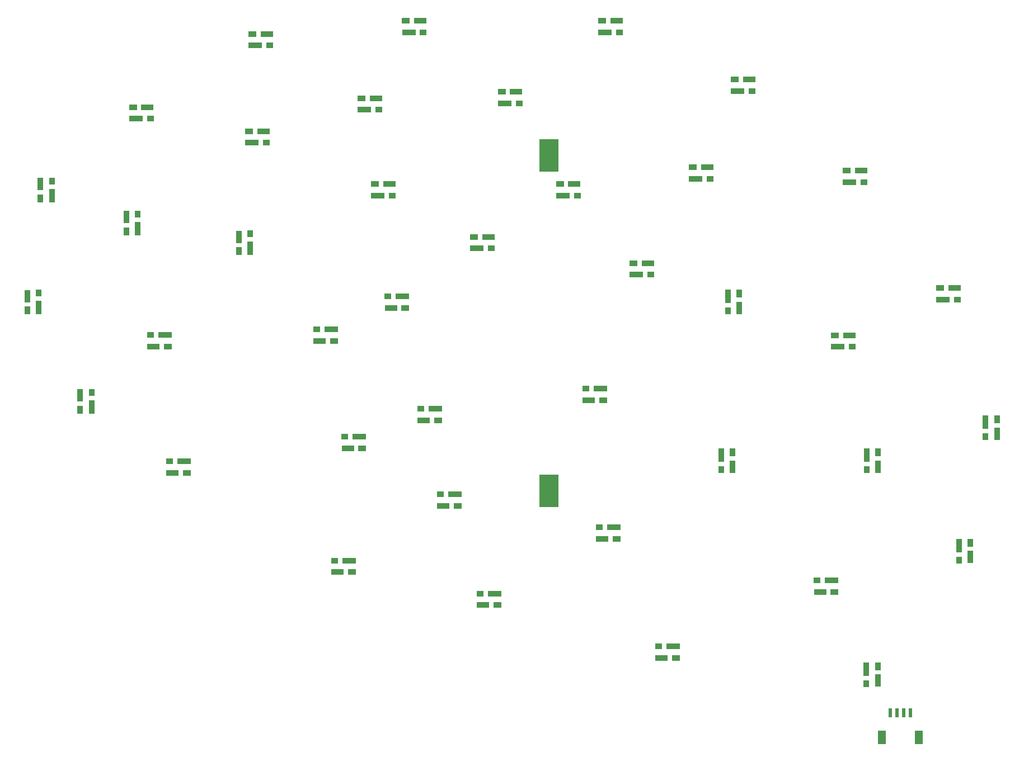
<source format=gtp>
G04 EAGLE Gerber RS-274X export*
G75*
%MOMM*%
%FSLAX34Y34*%
%LPD*%
%INSolderpaste Top*%
%IPPOS*%
%AMOC8*
5,1,8,0,0,1.08239X$1,22.5*%
G01*
%ADD10R,1.200000X2.000000*%
%ADD11R,0.600000X1.350000*%
%ADD12R,0.850000X1.900000*%
%ADD13R,0.850000X1.000000*%
%ADD14R,0.850000X1.150000*%
%ADD15R,0.850000X2.000000*%
%ADD16R,1.900000X0.850000*%
%ADD17R,1.000000X0.850000*%
%ADD18R,1.150000X0.850000*%
%ADD19R,2.000000X0.850000*%
%ADD20R,3.000000X5.000000*%


D10*
X1394400Y141050D03*
X1450400Y141050D03*
D11*
X1407400Y177800D03*
X1417400Y177800D03*
X1427400Y177800D03*
X1437400Y177800D03*
D12*
X1388450Y226900D03*
D13*
X1370950Y222400D03*
D14*
X1388450Y248650D03*
D15*
X1370950Y244400D03*
D16*
X283100Y1095150D03*
D17*
X287600Y1077650D03*
D18*
X261350Y1095150D03*
D19*
X265600Y1077650D03*
D12*
X1528450Y413900D03*
D13*
X1510950Y409400D03*
D14*
X1528450Y435650D03*
D15*
X1510950Y431400D03*
D12*
X1568450Y600900D03*
D13*
X1550950Y596400D03*
D14*
X1568450Y622650D03*
D15*
X1550950Y618400D03*
D16*
X1504500Y821550D03*
D17*
X1509000Y804050D03*
D18*
X1482750Y821550D03*
D19*
X1487000Y804050D03*
D16*
X1362900Y999050D03*
D17*
X1367400Y981550D03*
D18*
X1341150Y999050D03*
D19*
X1345400Y981550D03*
D16*
X1193700Y1137350D03*
D17*
X1198200Y1119850D03*
D18*
X1171950Y1137350D03*
D19*
X1176200Y1119850D03*
D16*
X993100Y1226250D03*
D17*
X997600Y1208750D03*
D18*
X971350Y1226250D03*
D19*
X975600Y1208750D03*
D16*
X696100Y1226250D03*
D17*
X700600Y1208750D03*
D18*
X674350Y1226250D03*
D19*
X678600Y1208750D03*
D16*
X463700Y1206250D03*
D17*
X468200Y1188750D03*
D18*
X441950Y1206250D03*
D19*
X446200Y1188750D03*
D12*
X121250Y979000D03*
D13*
X138750Y983500D03*
D14*
X121250Y957250D03*
D15*
X138750Y961500D03*
D12*
X101250Y809000D03*
D13*
X118750Y813500D03*
D14*
X101250Y787250D03*
D15*
X118750Y791500D03*
D12*
X181250Y659000D03*
D13*
X198750Y663500D03*
D14*
X181250Y637250D03*
D15*
X198750Y641500D03*
D16*
X321000Y541250D03*
D17*
X316500Y558750D03*
D18*
X342750Y541250D03*
D19*
X338500Y558750D03*
D16*
X571000Y391250D03*
D17*
X566500Y408750D03*
D18*
X592750Y391250D03*
D19*
X588500Y408750D03*
D16*
X791000Y341250D03*
D17*
X786500Y358750D03*
D18*
X812750Y341250D03*
D19*
X808500Y358750D03*
D16*
X1061000Y261250D03*
D17*
X1056500Y278750D03*
D18*
X1082750Y261250D03*
D19*
X1078500Y278750D03*
D16*
X1301000Y361250D03*
D17*
X1296500Y378750D03*
D18*
X1322750Y361250D03*
D19*
X1318500Y378750D03*
D12*
X1388750Y551000D03*
D13*
X1371250Y546500D03*
D14*
X1388750Y572750D03*
D15*
X1371250Y568500D03*
D16*
X1345300Y749950D03*
D17*
X1349800Y732450D03*
D18*
X1323550Y749950D03*
D19*
X1327800Y732450D03*
D16*
X1129900Y1004450D03*
D17*
X1134400Y986950D03*
D18*
X1108150Y1004450D03*
D19*
X1112400Y986950D03*
D16*
X840900Y1118750D03*
D17*
X845400Y1101250D03*
D18*
X819150Y1118750D03*
D19*
X823400Y1101250D03*
D16*
X629000Y1108750D03*
D17*
X633500Y1091250D03*
D18*
X607250Y1108750D03*
D19*
X611500Y1091250D03*
D16*
X459000Y1058750D03*
D17*
X463500Y1041250D03*
D18*
X437250Y1058750D03*
D19*
X441500Y1041250D03*
D12*
X251250Y929000D03*
D13*
X268750Y933500D03*
D14*
X251250Y907250D03*
D15*
X268750Y911500D03*
D16*
X292400Y733050D03*
D17*
X287900Y750550D03*
D18*
X314150Y733050D03*
D19*
X309900Y750550D03*
D16*
X586400Y578550D03*
D17*
X581900Y596050D03*
D18*
X608150Y578550D03*
D19*
X603900Y596050D03*
D16*
X731000Y491250D03*
D17*
X726500Y508750D03*
D18*
X752750Y491250D03*
D19*
X748500Y508750D03*
D16*
X971000Y441250D03*
D17*
X966500Y458750D03*
D18*
X992750Y441250D03*
D19*
X988500Y458750D03*
D12*
X1168750Y551000D03*
D13*
X1151250Y546500D03*
D14*
X1168750Y572750D03*
D15*
X1151250Y568500D03*
D12*
X1178750Y791000D03*
D13*
X1161250Y786500D03*
D14*
X1178750Y812750D03*
D15*
X1161250Y808500D03*
D16*
X929000Y978750D03*
D17*
X933500Y961250D03*
D18*
X907250Y978750D03*
D19*
X911500Y961250D03*
D16*
X649000Y978750D03*
D17*
X653500Y961250D03*
D18*
X627250Y978750D03*
D19*
X631500Y961250D03*
D12*
X421250Y899000D03*
D13*
X438750Y903500D03*
D14*
X421250Y877250D03*
D15*
X438750Y881500D03*
D16*
X543700Y741250D03*
D17*
X539200Y758750D03*
D18*
X565450Y741250D03*
D19*
X561200Y758750D03*
D16*
X701000Y621250D03*
D17*
X696500Y638750D03*
D18*
X722750Y621250D03*
D19*
X718500Y638750D03*
D16*
X951000Y651250D03*
D17*
X946500Y668750D03*
D18*
X972750Y651250D03*
D19*
X968500Y668750D03*
D16*
X1040500Y859050D03*
D17*
X1045000Y841550D03*
D18*
X1018750Y859050D03*
D19*
X1023000Y841550D03*
D16*
X799000Y898750D03*
D17*
X803500Y881250D03*
D18*
X777250Y898750D03*
D19*
X781500Y881250D03*
D16*
X651500Y790950D03*
D17*
X647000Y808450D03*
D18*
X673250Y790950D03*
D19*
X669000Y808450D03*
D20*
X890270Y514388D03*
X890270Y1022388D03*
M02*

</source>
